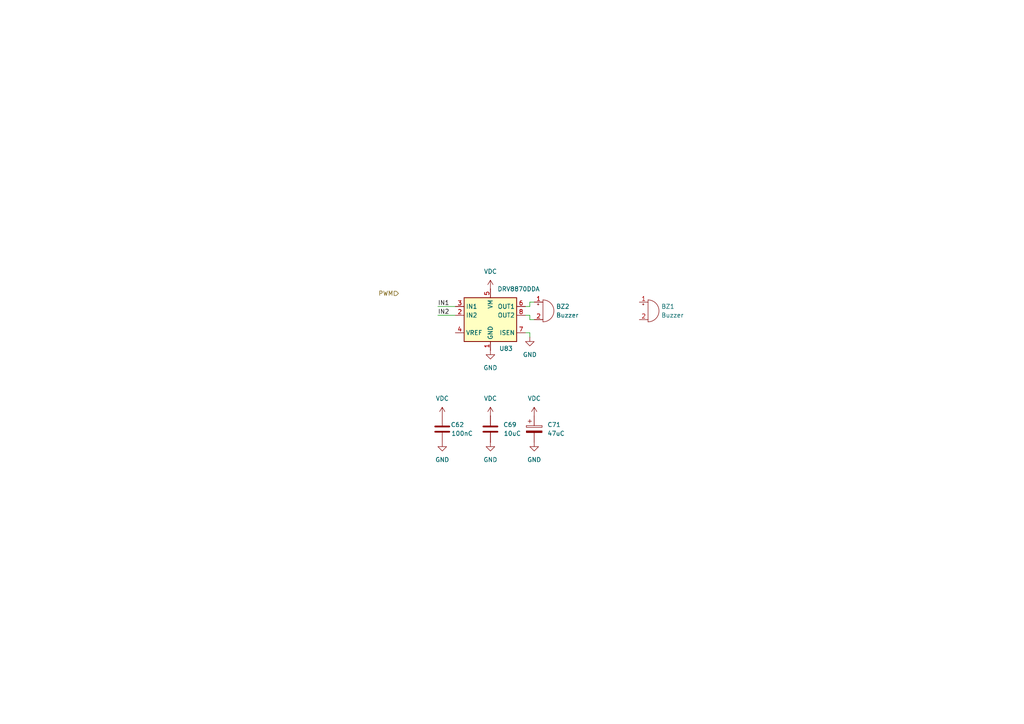
<source format=kicad_sch>
(kicad_sch (version 20250114) (generator "eeschema") (generator_version "9.0")
  (paper "A4")
  (lib_symbols
    (symbol "Device:Buzzer" (pin_names (offset 0.0254) (hide yes))
      (property "Reference" "BZ" (at 3.81 1.27 0))
      (property "Value" "Buzzer" (at 3.81 -1.27 0))
      (symbol "Buzzer_0_1"
        (polyline (pts (xy -1.651 1.905) (xy -1.143 1.905)))
        (polyline (pts (xy -1.397 2.159) (xy -1.397 1.651)))
        (arc (start 0 3.175) (mid 3.1612 0) (end 0 -3.175))
        (polyline (pts (xy 0 3.175) (xy 0 -3.175)))
      )
      (symbol "Buzzer_1_1"
        (pin passive line (at -2.54 2.54 0) (length 2.54) (name "+") (number "1"))
        (pin passive line (at -2.54 -2.54 0) (length 2.54) (name "-") (number "2"))
      )
    )
    (symbol "Device:C" (pin_numbers (hide yes)) (pin_names (offset 0.254))
      (property "Reference" "C" (at 0.635 2.54 0))
      (property "Value" "C" (at 0.635 -2.54 0))
      (symbol "C_0_1"
        (polyline (pts (xy -2.032 0.762) (xy 2.032 0.762)) (stroke (width 0.508)))
        (polyline (pts (xy -2.032 -0.762) (xy 2.032 -0.762)) (stroke (width 0.508)))
      )
      (symbol "C_1_1"
        (pin passive line (at 0 3.81 270) (length 2.794) (name "~") (number "1"))
        (pin passive line (at 0 -3.81 90) (length 2.794) (name "~") (number "2"))
      )
    )
    (symbol "Device:C_Polarized" (pin_numbers (hide yes)) (pin_names (offset 0.254))
      (property "Reference" "C" (at 0.635 2.54 0))
      (property "Value" "C_Polarized" (at 0.635 -2.54 0))
      (symbol "C_Polarized_0_1"
        (rectangle (start -2.286 0.508) (end 2.286 1.016))
        (polyline (pts (xy -1.778 2.286) (xy -0.762 2.286)))
        (polyline (pts (xy -1.27 2.794) (xy -1.27 1.778)))
        (rectangle (start 2.286 -0.508) (end -2.286 -1.016) (fill (type outline)))
      )
      (symbol "C_Polarized_1_1"
        (pin passive line (at 0 3.81 270) (length 2.794) (name "~") (number "1"))
        (pin passive line (at 0 -3.81 90) (length 2.794) (name "~") (number "2"))
      )
    )
    (symbol "Driver_Motor:DRV8870DDA"
      (property "Reference" "U" (at -6.35 6.35 0))
      (property "Value" "DRV8870DDA" (at 8.89 6.35 0))
      (symbol "DRV8870DDA_0_1"
        (rectangle (start -7.62 5.08) (end 7.62 -7.62) (stroke (width 0.254)) (fill (type background)))
      )
      (symbol "DRV8870DDA_1_1"
        (pin input line (at -10.16 2.54 0) (length 2.54) (name "IN1") (number "3"))
        (pin input line (at -10.16 0 0) (length 2.54) (name "IN2") (number "2"))
        (pin input line (at -10.16 -5.08 0) (length 2.54) (name "VREF") (number "4"))
        (pin power_in line (at 0 7.62 270) (length 2.54) (name "VM") (number "5"))
        (pin power_in line (at 0 -10.16 90) (length 2.54) (name "GND") (number "1"))
        (pin passive line (at 0 -10.16 90) (length 2.54) (hide yes) (name "GND") (number "9"))
        (pin output line (at 10.16 2.54 180) (length 2.54) (name "OUT1") (number "6"))
        (pin output line (at 10.16 0 180) (length 2.54) (name "OUT2") (number "8"))
        (pin passive line (at 10.16 -5.08 180) (length 2.54) (name "ISEN") (number "7"))
      )
    )
    (symbol "power:GND" (power) (pin_numbers (hide yes)) (pin_names (offset 0) (hide yes))
      (property "Value" "GND" (at 0 -3.81 0))
      (symbol "GND_0_1"
        (polyline (pts (xy 0 0) (xy 0 -1.27) (xy 1.27 -1.27) (xy 0 -2.54) (xy -1.27 -1.27) (xy 0 -1.27)))
      )
      (symbol "GND_1_1"
        (pin power_in line (at 0 0 270) (length 0) (name "~") (number "1"))
      )
    )
    (symbol "power:VDC" (power) (pin_numbers (hide yes)) (pin_names (offset 0) (hide yes))
      (property "Value" "VDC" (at 0 3.556 0))
      (symbol "VDC_0_1"
        (polyline (pts (xy -0.762 1.27) (xy 0 2.54)))
        (polyline (pts (xy 0 2.54) (xy 0.762 1.27)))
        (polyline (pts (xy 0 0) (xy 0 2.54)))
      )
      (symbol "VDC_1_1"
        (pin power_in line (at 0 0 90) (length 0) (name "~") (number "1"))
      )
    )
  )
  (wire (pts (xy 153.67 87.63) (xy 154.94 87.63)))
  (wire (pts (xy 152.4 96.52) (xy 153.67 96.52)))
  (wire (pts (xy 153.67 92.71) (xy 154.94 92.71)))
  (wire (pts (xy 152.4 91.44) (xy 153.67 91.44)))
  (wire (pts (xy 127 88.9) (xy 132.08 88.9)))
  (wire (pts (xy 153.67 92.71) (xy 153.67 91.44)))
  (wire (pts (xy 152.4 88.9) (xy 153.67 88.9)))
  (wire (pts (xy 127 91.44) (xy 132.08 91.44)))
  (wire (pts (xy 153.67 87.63) (xy 153.67 88.9)))
  (wire (pts (xy 153.67 96.52) (xy 153.67 97.79)))
  (label "IN1" (at 127 88.9 0))
  (label "IN2" (at 127 91.44 0))
  (hierarchical_label "PWM" (shape input) (at 115.57 85.09 180))
  (symbol (lib_id "power:VDC") (at 142.24 120.65 0) (unit 1)
    (property "Reference" "#PWR0517" (effects (hide yes)))
    (property "Value" "VDC" (at 142.24 115.57 0))
    (property "Description" "Power symbol creates a global label with name \"VDC\"" (effects (hide yes)))
  )
  (symbol (lib_id "Device:C") (at 128.27 124.46 0) (mirror y) (unit 1)
    (property "Reference" "C62" (at 134.62 123.19 0) (effects (justify left)))
    (property "Value" "100nC" (at 137.16 125.73 0) (effects (justify left)))
    (property "Footprint" "Capacitor_SMD:C_0805_2012Metric" (effects (hide yes)))
  )
  (symbol (lib_id "Device:C") (at 142.24 124.46 0) (mirror y) (unit 1)
    (property "Reference" "C69" (at 149.86 123.19 0) (effects (justify left)))
    (property "Value" "10uC" (at 151.13 125.73 0) (effects (justify left)))
    (property "Footprint" "Capacitor_SMD:C_1210_3225Metric" (effects (hide yes)))
    (property "MPN" "UMK325AB7106KM-T" (effects (hide yes)))
    (property "Status" "OK" (effects (hide yes)))
  )
  (symbol (lib_id "power:GND") (at 142.24 101.6 0) (unit 1)
    (property "Reference" "#PWR0516" (effects (hide yes)))
    (property "Value" "GND" (at 142.24 106.68 0))
  )
  (symbol (lib_id "power:VDC") (at 128.27 120.65 0) (unit 1)
    (property "Reference" "#PWR0364" (effects (hide yes)))
    (property "Value" "VDC" (at 128.27 115.57 0))
    (property "Description" "Power symbol creates a global label with name \"VDC\"" (effects (hide yes)))
  )
  (symbol (lib_id "power:GND") (at 153.67 97.79 0) (unit 1)
    (property "Reference" "#PWR0521" (effects (hide yes)))
    (property "Value" "GND" (at 153.67 102.87 0))
  )
  (symbol (lib_id "Device:C_Polarized") (at 154.94 124.46 0) (unit 1)
    (property "Reference" "C71" (at 158.75 123.19 0) (effects (justify left)))
    (property "Value" "47uC" (at 158.75 125.73 0) (effects (justify left)))
    (property "Footprint" "Capacitor_SMD:C_1210_3225Metric" (effects (hide yes)))
    (property "Datasheet" "https://www.lcsc.com/datasheet/lcsc_datasheet_2212021100_Murata-Electronics-GRM32ER61C476KE15L_C77101.pdf" (effects (hide yes)))
    (property "MPN" "GRM32ER61C476KE15L" (effects (hide yes)))
    (property "Status" "OK" (effects (hide yes)))
  )
  (symbol (lib_id "Device:Buzzer") (at 187.96 90.17 0) (unit 1)
    (property "Reference" "BZ1" (at 191.77 88.8999 0) (effects (justify left)))
    (property "Value" "Buzzer" (at 191.77 91.4399 0) (effects (justify left)))
    (property "Footprint" "Buzzer_Beeper:Buzzer_Murata_PKMCS0909E" (effects (hide yes)))
    (property "Description" "Buzzer, polarized" (effects (hide yes)))
    (property "MPN" "PKMCS0909E4000-R1" (effects (hide yes)))
  )
  (symbol (lib_id "power:VDC") (at 154.94 120.65 0) (unit 1)
    (property "Reference" "#PWR0519" (effects (hide yes)))
    (property "Value" "VDC" (at 154.94 115.57 0))
    (property "Description" "Power symbol creates a global label with name \"VDC\"" (effects (hide yes)))
  )
  (symbol (lib_id "power:VDC") (at 142.24 83.82 0) (unit 1)
    (property "Reference" "#PWR0468" (effects (hide yes)))
    (property "Value" "VDC" (at 142.24 78.74 0))
    (property "Description" "Power symbol creates a global label with name \"VDC\"" (effects (hide yes)))
  )
  (symbol (lib_id "Device:Buzzer") (at 157.48 90.17 0) (unit 1)
    (property "Reference" "BZ2" (at 161.29 88.8999 0) (effects (justify left)))
    (property "Value" "Buzzer" (at 161.29 91.4399 0) (effects (justify left)))
    (property "Footprint" "Buzzer_Beeper:Buzzer_TDK_PS1240P02BT_D12.2mm_H6.5mm" (effects (hide yes)))
    (property "Datasheet" "https://product.tdk.com/system/files/dam/doc/product/sw_piezo/sw_piezo/piezo-buzzer/catalog/piezoelectronic_buzzer_ps_en.pdf" (effects (hide yes)))
    (property "Description" "Buzzer, polarized" (effects (hide yes)))
    (property "MPN" "PS1240P02BT" (effects (hide yes)))
  )
  (symbol (lib_id "power:GND") (at 154.94 128.27 0) (unit 1)
    (property "Reference" "#PWR0520" (effects (hide yes)))
    (property "Value" "GND" (at 154.94 133.35 0))
  )
  (symbol (lib_id "Driver_Motor:DRV8870DDA") (at 142.24 91.44 0) (unit 1)
    (property "Reference" "U83" (at 144.78 101.092 0) (effects (justify left)))
    (property "Value" "DRV8870DDA" (at 144.2594 83.82 0) (effects (justify left)))
    (property "Footprint" "Package_SO:Texas_HTSOP-8-1EP_3.9x4.9mm_P1.27mm_EP2.95x4.9mm_Mask2.4x3.1mm_ThermalVias" (effects (hide yes)))
    (property "Datasheet" "http://www.ti.com/lit/ds/symlink/drv8870.pdf" (effects (hide yes)))
    (property "MPN" "DRV8870DDAR" (effects (hide yes)))
    (property "Status" "OK" (effects (hide yes)))
  )
  (symbol (lib_id "power:GND") (at 128.27 128.27 0) (unit 1)
    (property "Reference" "#PWR0366" (effects (hide yes)))
    (property "Value" "GND" (at 128.27 133.35 0))
  )
  (symbol (lib_id "power:GND") (at 142.24 128.27 0) (unit 1)
    (property "Reference" "#PWR0518" (effects (hide yes)))
    (property "Value" "GND" (at 142.24 133.35 0))
  )
)
</source>
